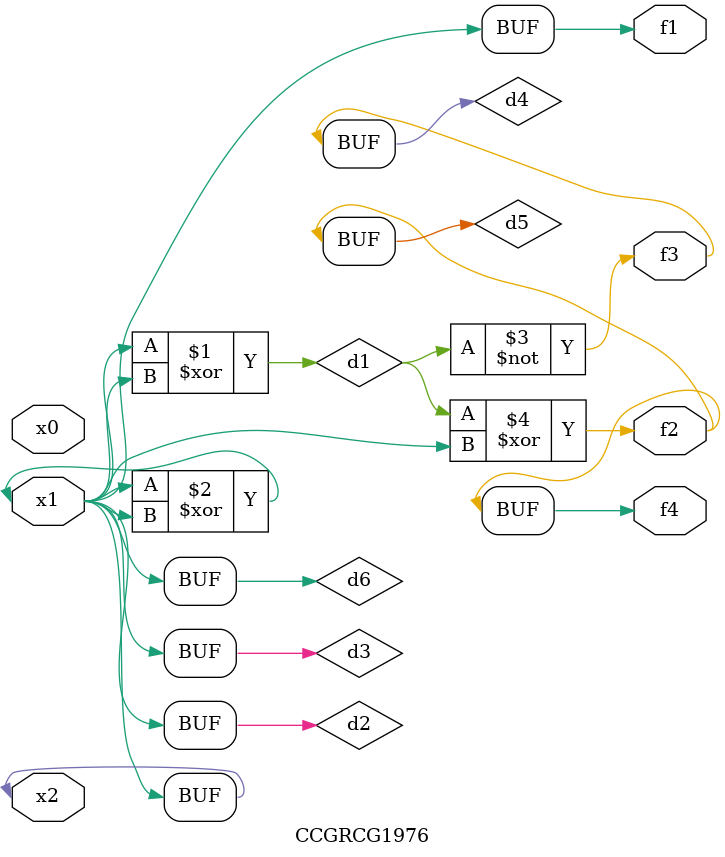
<source format=v>
module CCGRCG1976(
	input x0, x1, x2,
	output f1, f2, f3, f4
);

	wire d1, d2, d3, d4, d5, d6;

	xor (d1, x1, x2);
	buf (d2, x1, x2);
	xor (d3, x1, x2);
	nor (d4, d1);
	xor (d5, d1, d2);
	buf (d6, d2, d3);
	assign f1 = d6;
	assign f2 = d5;
	assign f3 = d4;
	assign f4 = d5;
endmodule

</source>
